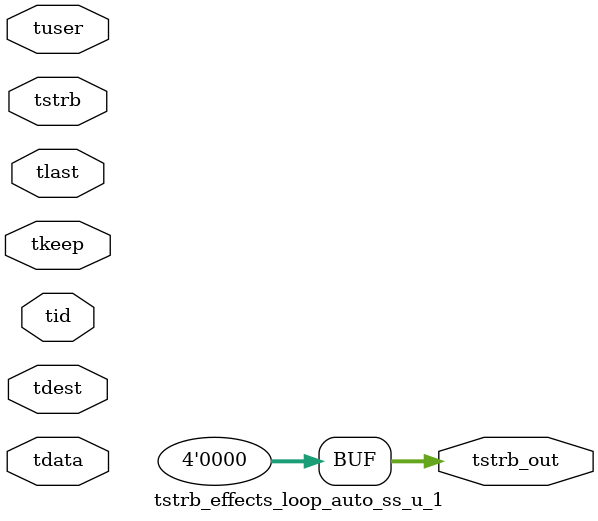
<source format=v>


`timescale 1ps/1ps

module tstrb_effects_loop_auto_ss_u_1 #
(
parameter C_S_AXIS_TDATA_WIDTH = 32,
parameter C_S_AXIS_TUSER_WIDTH = 0,
parameter C_S_AXIS_TID_WIDTH   = 0,
parameter C_S_AXIS_TDEST_WIDTH = 0,
parameter C_M_AXIS_TDATA_WIDTH = 32
)
(
input  [(C_S_AXIS_TDATA_WIDTH == 0 ? 1 : C_S_AXIS_TDATA_WIDTH)-1:0     ] tdata,
input  [(C_S_AXIS_TUSER_WIDTH == 0 ? 1 : C_S_AXIS_TUSER_WIDTH)-1:0     ] tuser,
input  [(C_S_AXIS_TID_WIDTH   == 0 ? 1 : C_S_AXIS_TID_WIDTH)-1:0       ] tid,
input  [(C_S_AXIS_TDEST_WIDTH == 0 ? 1 : C_S_AXIS_TDEST_WIDTH)-1:0     ] tdest,
input  [(C_S_AXIS_TDATA_WIDTH/8)-1:0 ] tkeep,
input  [(C_S_AXIS_TDATA_WIDTH/8)-1:0 ] tstrb,
input                                                                    tlast,
output [(C_M_AXIS_TDATA_WIDTH/8)-1:0 ] tstrb_out
);

assign tstrb_out = {1'b0};

endmodule


</source>
